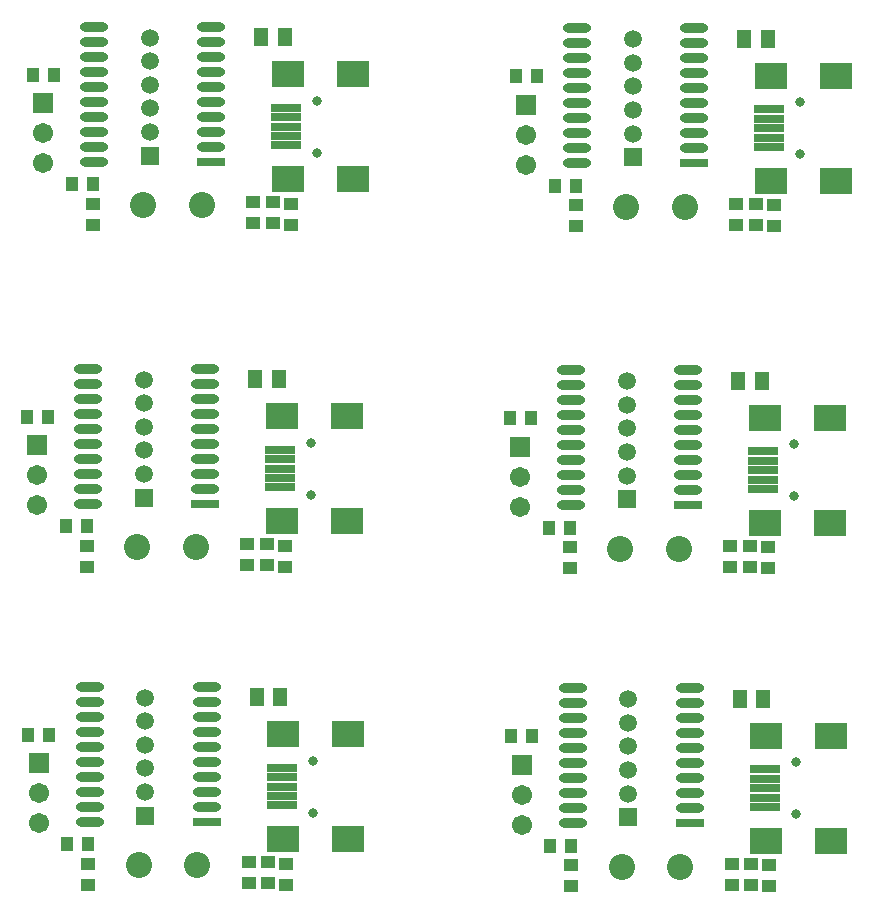
<source format=gts>
G04 Layer_Color=8388736*
%FSTAX24Y24*%
%MOIN*%
G70*
G01*
G75*
%ADD26R,0.1064X0.0867*%
%ADD27R,0.0986X0.0277*%
%ADD28R,0.0395X0.0454*%
%ADD29R,0.0454X0.0395*%
%ADD30R,0.0474X0.0592*%
%ADD31O,0.0946X0.0316*%
%ADD32R,0.0946X0.0316*%
%ADD33C,0.0316*%
%ADD34C,0.0671*%
%ADD35R,0.0671X0.0671*%
%ADD36C,0.0867*%
%ADD37C,0.0592*%
%ADD38R,0.0592X0.0592*%
D26*
X031243Y045572D02*
D03*
Y042068D02*
D03*
X033409D02*
D03*
Y045572D02*
D03*
X047343Y045522D02*
D03*
Y042018D02*
D03*
X049509D02*
D03*
Y045522D02*
D03*
X031293Y034972D02*
D03*
Y031468D02*
D03*
X033459D02*
D03*
Y034972D02*
D03*
X047393Y034922D02*
D03*
Y031418D02*
D03*
X049559D02*
D03*
Y034922D02*
D03*
X047543Y056922D02*
D03*
Y053418D02*
D03*
X049709D02*
D03*
Y056922D02*
D03*
X031443Y056972D02*
D03*
Y053468D02*
D03*
X033609D02*
D03*
Y056972D02*
D03*
D27*
X031204Y04445D02*
D03*
Y044135D02*
D03*
Y04382D02*
D03*
Y043505D02*
D03*
Y04319D02*
D03*
X047304Y0444D02*
D03*
Y044085D02*
D03*
Y04377D02*
D03*
Y043455D02*
D03*
Y04314D02*
D03*
X031254Y03385D02*
D03*
Y033535D02*
D03*
Y03322D02*
D03*
Y032905D02*
D03*
Y03259D02*
D03*
X047354Y0338D02*
D03*
Y033485D02*
D03*
Y03317D02*
D03*
Y032855D02*
D03*
Y03254D02*
D03*
X047504Y0558D02*
D03*
Y055485D02*
D03*
Y05517D02*
D03*
Y054855D02*
D03*
Y05454D02*
D03*
X031404Y05585D02*
D03*
Y055535D02*
D03*
Y05522D02*
D03*
Y054905D02*
D03*
Y05459D02*
D03*
D28*
X024754Y0419D02*
D03*
X024046D02*
D03*
X022746Y04555D02*
D03*
X023454D02*
D03*
X040854Y04185D02*
D03*
X040146D02*
D03*
X038846Y0455D02*
D03*
X039554D02*
D03*
X024804Y0313D02*
D03*
X024096D02*
D03*
X022796Y03495D02*
D03*
X023504D02*
D03*
X040904Y03125D02*
D03*
X040196D02*
D03*
X038896Y0349D02*
D03*
X039604D02*
D03*
X039046Y0569D02*
D03*
X039754D02*
D03*
X041054Y05325D02*
D03*
X040346D02*
D03*
X022946Y05695D02*
D03*
X023654D02*
D03*
X024954Y0533D02*
D03*
X024246D02*
D03*
D29*
X0301Y041304D02*
D03*
Y040596D02*
D03*
X03075Y041304D02*
D03*
Y040596D02*
D03*
X03135Y041254D02*
D03*
Y040546D02*
D03*
X02475Y041254D02*
D03*
Y040546D02*
D03*
X0462Y041254D02*
D03*
Y040546D02*
D03*
X04685Y041254D02*
D03*
Y040546D02*
D03*
X04745Y041204D02*
D03*
Y040496D02*
D03*
X04085Y041204D02*
D03*
Y040496D02*
D03*
X03015Y030704D02*
D03*
Y029996D02*
D03*
X0308Y030704D02*
D03*
Y029996D02*
D03*
X0314Y030654D02*
D03*
Y029946D02*
D03*
X0248Y030654D02*
D03*
Y029946D02*
D03*
X04625Y030654D02*
D03*
Y029946D02*
D03*
X0469Y030654D02*
D03*
Y029946D02*
D03*
X0475Y030604D02*
D03*
Y029896D02*
D03*
X0409Y030604D02*
D03*
Y029896D02*
D03*
X04105Y052604D02*
D03*
Y051896D02*
D03*
X04765Y052604D02*
D03*
Y051896D02*
D03*
X04705Y052654D02*
D03*
Y051946D02*
D03*
X0464Y052654D02*
D03*
Y051946D02*
D03*
X02495Y052654D02*
D03*
Y051946D02*
D03*
X03155Y052654D02*
D03*
Y051946D02*
D03*
X03095Y052704D02*
D03*
Y051996D02*
D03*
X0303Y052704D02*
D03*
Y051996D02*
D03*
D30*
X031144Y0468D02*
D03*
X030356D02*
D03*
X047244Y04675D02*
D03*
X046456D02*
D03*
X031194Y0362D02*
D03*
X030406D02*
D03*
X047294Y03615D02*
D03*
X046506D02*
D03*
X047444Y05815D02*
D03*
X046656D02*
D03*
X031344Y0582D02*
D03*
X030556D02*
D03*
D31*
X028695Y04715D02*
D03*
X024805D02*
D03*
Y04665D02*
D03*
X028695D02*
D03*
Y04315D02*
D03*
Y04365D02*
D03*
Y04415D02*
D03*
Y04465D02*
D03*
Y04515D02*
D03*
Y04565D02*
D03*
X024805Y04315D02*
D03*
Y04365D02*
D03*
Y04415D02*
D03*
Y04465D02*
D03*
Y04515D02*
D03*
Y04565D02*
D03*
Y04615D02*
D03*
Y04265D02*
D03*
X028695Y04615D02*
D03*
X044795Y0471D02*
D03*
X040905D02*
D03*
Y0466D02*
D03*
X044795D02*
D03*
Y0431D02*
D03*
Y0436D02*
D03*
Y0441D02*
D03*
Y0446D02*
D03*
Y0451D02*
D03*
Y0456D02*
D03*
X040905Y0431D02*
D03*
Y0436D02*
D03*
Y0441D02*
D03*
Y0446D02*
D03*
Y0451D02*
D03*
Y0456D02*
D03*
Y0461D02*
D03*
Y0426D02*
D03*
X044795Y0461D02*
D03*
X028745Y03655D02*
D03*
X024855D02*
D03*
Y03605D02*
D03*
X028745D02*
D03*
Y03255D02*
D03*
Y03305D02*
D03*
Y03355D02*
D03*
Y03405D02*
D03*
Y03455D02*
D03*
Y03505D02*
D03*
X024855Y03255D02*
D03*
Y03305D02*
D03*
Y03355D02*
D03*
Y03405D02*
D03*
Y03455D02*
D03*
Y03505D02*
D03*
Y03555D02*
D03*
Y03205D02*
D03*
X028745Y03555D02*
D03*
X044845Y0365D02*
D03*
X040955D02*
D03*
Y036D02*
D03*
X044845D02*
D03*
Y0325D02*
D03*
Y033D02*
D03*
Y0335D02*
D03*
Y034D02*
D03*
Y0345D02*
D03*
Y035D02*
D03*
X040955Y0325D02*
D03*
Y033D02*
D03*
Y0335D02*
D03*
Y034D02*
D03*
Y0345D02*
D03*
Y035D02*
D03*
Y0355D02*
D03*
Y032D02*
D03*
X044845Y0355D02*
D03*
X044995Y0585D02*
D03*
X041105D02*
D03*
Y058D02*
D03*
X044995D02*
D03*
Y0545D02*
D03*
Y055D02*
D03*
Y0555D02*
D03*
Y056D02*
D03*
Y0565D02*
D03*
Y057D02*
D03*
X041105Y0545D02*
D03*
Y055D02*
D03*
Y0555D02*
D03*
Y056D02*
D03*
Y0565D02*
D03*
Y057D02*
D03*
Y0575D02*
D03*
Y054D02*
D03*
X044995Y0575D02*
D03*
X028895Y05855D02*
D03*
X025005D02*
D03*
Y05805D02*
D03*
X028895D02*
D03*
Y05455D02*
D03*
Y05505D02*
D03*
Y05555D02*
D03*
Y05605D02*
D03*
Y05655D02*
D03*
Y05705D02*
D03*
X025005Y05455D02*
D03*
Y05505D02*
D03*
Y05555D02*
D03*
Y05605D02*
D03*
Y05655D02*
D03*
Y05705D02*
D03*
Y05755D02*
D03*
Y05405D02*
D03*
X028895Y05755D02*
D03*
D32*
X028695Y04265D02*
D03*
X044795Y0426D02*
D03*
X028745Y03205D02*
D03*
X044845Y032D02*
D03*
X044995Y054D02*
D03*
X028895Y05405D02*
D03*
D33*
X032228Y042954D02*
D03*
Y044686D02*
D03*
X048328Y042904D02*
D03*
Y044636D02*
D03*
X032278Y032354D02*
D03*
Y034086D02*
D03*
X048378Y032304D02*
D03*
Y034036D02*
D03*
X048528Y054304D02*
D03*
Y056036D02*
D03*
X032428Y054354D02*
D03*
Y056086D02*
D03*
D34*
X0231Y0426D02*
D03*
Y0436D02*
D03*
X0392Y04255D02*
D03*
Y04355D02*
D03*
X02315Y032D02*
D03*
Y033D02*
D03*
X03925Y03195D02*
D03*
Y03295D02*
D03*
X0394Y05395D02*
D03*
Y05495D02*
D03*
X0233Y054D02*
D03*
Y055D02*
D03*
D35*
X0231Y0446D02*
D03*
X0392Y04455D02*
D03*
X02315Y034D02*
D03*
X03925Y03395D02*
D03*
X0394Y05595D02*
D03*
X0233Y056D02*
D03*
D36*
X026425Y0412D02*
D03*
X028375D02*
D03*
X042525Y04115D02*
D03*
X044475D02*
D03*
X026475Y0306D02*
D03*
X028425D02*
D03*
X042575Y03055D02*
D03*
X044525D02*
D03*
X042725Y05255D02*
D03*
X044675D02*
D03*
X026625Y0526D02*
D03*
X028575D02*
D03*
D37*
X02665Y046787D02*
D03*
Y046D02*
D03*
Y045212D02*
D03*
Y043637D02*
D03*
Y044425D02*
D03*
X04275Y046737D02*
D03*
Y04595D02*
D03*
Y045162D02*
D03*
Y043587D02*
D03*
Y044375D02*
D03*
X0267Y036187D02*
D03*
Y0354D02*
D03*
Y034612D02*
D03*
Y033037D02*
D03*
Y033825D02*
D03*
X0428Y036137D02*
D03*
Y03535D02*
D03*
Y034562D02*
D03*
Y032987D02*
D03*
Y033775D02*
D03*
X04295Y058137D02*
D03*
Y05735D02*
D03*
Y056562D02*
D03*
Y054987D02*
D03*
Y055775D02*
D03*
X02685Y058187D02*
D03*
Y0574D02*
D03*
Y056612D02*
D03*
Y055037D02*
D03*
Y055825D02*
D03*
D38*
X02665Y04285D02*
D03*
X04275Y0428D02*
D03*
X0267Y03225D02*
D03*
X0428Y0322D02*
D03*
X04295Y0542D02*
D03*
X02685Y05425D02*
D03*
M02*

</source>
